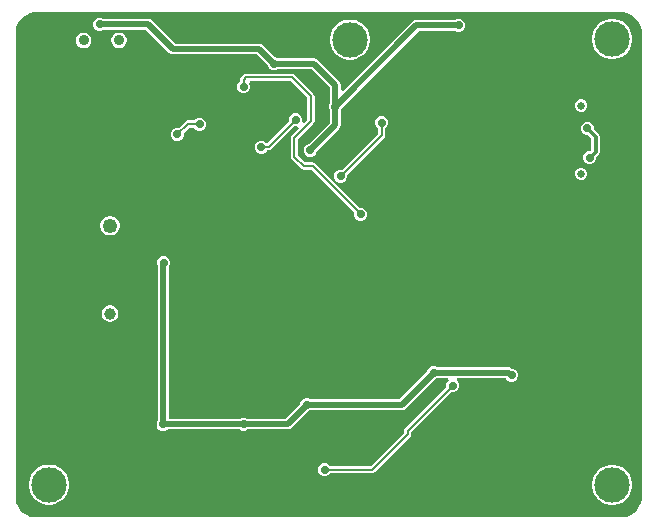
<source format=gbr>
%TF.GenerationSoftware,Altium Limited,Altium Designer,24.5.2 (23)*%
G04 Layer_Physical_Order=2*
G04 Layer_Color=16711680*
%FSLAX45Y45*%
%MOMM*%
%TF.SameCoordinates,2BA89E6E-902A-415B-B0B5-23ADD7A02043*%
%TF.FilePolarity,Positive*%
%TF.FileFunction,Copper,L2,Bot,Signal*%
%TF.Part,Single*%
G01*
G75*
%TA.AperFunction,Conductor*%
%ADD10C,0.50000*%
%ADD41C,0.20000*%
%ADD42C,0.30000*%
%TA.AperFunction,ComponentPad*%
%ADD44C,0.90000*%
%ADD45C,1.00000*%
%ADD46C,1.25000*%
%ADD47C,0.65000*%
%TA.AperFunction,ViaPad*%
%ADD48C,3.00000*%
%ADD49C,0.70000*%
%ADD50C,0.50000*%
G36*
X12076045Y11143275D02*
X12107893Y11130083D01*
X12136556Y11110931D01*
X12160931Y11086556D01*
X12180083Y11057894D01*
X12193275Y11026046D01*
X12200000Y10992236D01*
Y10975000D01*
Y7050000D01*
Y7032764D01*
X12193275Y6998954D01*
X12180083Y6967106D01*
X12160931Y6938444D01*
X12136556Y6914068D01*
X12107893Y6894917D01*
X12076045Y6881725D01*
X12042236Y6875000D01*
X7057764D01*
X7023954Y6881725D01*
X6992106Y6894917D01*
X6963444Y6914068D01*
X6939068Y6938444D01*
X6919917Y6967106D01*
X6906725Y6998954D01*
X6900000Y7032764D01*
Y7050000D01*
Y10975000D01*
Y10992236D01*
X6906725Y11026046D01*
X6919917Y11057893D01*
X6939068Y11086556D01*
X6963444Y11110931D01*
X6992106Y11130083D01*
X7023954Y11143275D01*
X7057764Y11150000D01*
X12042236D01*
X12076045Y11143275D01*
D02*
G37*
%LPC*%
G36*
X7620940Y11105000D02*
X7599060D01*
X7578845Y11096627D01*
X7563373Y11081155D01*
X7555000Y11060940D01*
Y11039060D01*
X7563373Y11018845D01*
X7578845Y11003373D01*
X7599060Y10995000D01*
X7620940D01*
X7641155Y11003373D01*
X7641900Y11004118D01*
X8000995D01*
X8197557Y10807557D01*
X8212442Y10797611D01*
X8230000Y10794118D01*
X8943495D01*
X9032500Y10705113D01*
Y10704060D01*
X9040873Y10683845D01*
X9056345Y10668373D01*
X9076560Y10660000D01*
X9098440D01*
X9118655Y10668373D01*
X9119400Y10669118D01*
X9405995D01*
X9559119Y10515995D01*
Y10384400D01*
X9558374Y10383655D01*
X9550000Y10363440D01*
Y10341560D01*
X9558374Y10321345D01*
X9559119Y10320600D01*
Y10216505D01*
X9382613Y10040000D01*
X9381560D01*
X9361345Y10031627D01*
X9345873Y10016155D01*
X9337500Y9995940D01*
Y9974060D01*
X9345873Y9953845D01*
X9361345Y9938374D01*
X9381560Y9930000D01*
X9403440D01*
X9423655Y9938374D01*
X9439126Y9953845D01*
X9447500Y9974060D01*
Y9975114D01*
X9637443Y10165057D01*
X9647389Y10179942D01*
X9650882Y10197500D01*
Y10320600D01*
X9651627Y10321345D01*
X9660000Y10341560D01*
Y10342614D01*
X10311505Y10994118D01*
X10618100D01*
X10618845Y10993373D01*
X10639060Y10985000D01*
X10660940D01*
X10681155Y10993373D01*
X10696627Y11008845D01*
X10705000Y11029060D01*
Y11050940D01*
X10696627Y11071155D01*
X10681155Y11086627D01*
X10660940Y11095000D01*
X10639060D01*
X10618845Y11086627D01*
X10618100Y11085882D01*
X10292500D01*
X10274942Y11082389D01*
X10260057Y11072443D01*
X9669359Y10481746D01*
X9650882Y10489399D01*
Y10535000D01*
X9647389Y10552558D01*
X9637443Y10567443D01*
X9457443Y10747443D01*
X9442558Y10757389D01*
X9425000Y10760881D01*
X9119400D01*
X9118655Y10761626D01*
X9098440Y10770000D01*
X9097386D01*
X8994943Y10872443D01*
X8980058Y10882389D01*
X8962500Y10885881D01*
X8249005D01*
X8052443Y11082443D01*
X8037558Y11092389D01*
X8020000Y11095882D01*
X7641900D01*
X7641155Y11096627D01*
X7620940Y11105000D01*
D02*
G37*
G36*
X7783557Y10978500D02*
X7766442D01*
X7749911Y10974070D01*
X7735089Y10965513D01*
X7722987Y10953411D01*
X7714430Y10938589D01*
X7710000Y10922057D01*
Y10904942D01*
X7714430Y10888411D01*
X7722987Y10873589D01*
X7735089Y10861487D01*
X7749911Y10852930D01*
X7766442Y10848500D01*
X7783557D01*
X7800089Y10852930D01*
X7814911Y10861487D01*
X7827013Y10873589D01*
X7835570Y10888411D01*
X7840000Y10904942D01*
Y10922057D01*
X7835570Y10938589D01*
X7827013Y10953411D01*
X7814911Y10965513D01*
X7800089Y10974070D01*
X7783557Y10978500D01*
D02*
G37*
G36*
X7483558D02*
X7466443D01*
X7449911Y10974070D01*
X7435089Y10965513D01*
X7422987Y10953411D01*
X7414430Y10938589D01*
X7410000Y10922057D01*
Y10904942D01*
X7414430Y10888411D01*
X7422987Y10873589D01*
X7435089Y10861487D01*
X7449911Y10852930D01*
X7466443Y10848500D01*
X7483558D01*
X7500089Y10852930D01*
X7514911Y10861487D01*
X7527013Y10873589D01*
X7535570Y10888411D01*
X7540000Y10904942D01*
Y10922057D01*
X7535570Y10938589D01*
X7527013Y10953411D01*
X7514911Y10965513D01*
X7500089Y10974070D01*
X7483558Y10978500D01*
D02*
G37*
G36*
X11966743Y11095000D02*
X11933257D01*
X11900413Y11088467D01*
X11869475Y11075652D01*
X11841631Y11057047D01*
X11817952Y11033369D01*
X11799348Y11005525D01*
X11786533Y10974587D01*
X11780000Y10941743D01*
Y10908257D01*
X11786533Y10875413D01*
X11799348Y10844475D01*
X11817952Y10816631D01*
X11841631Y10792953D01*
X11869475Y10774348D01*
X11900413Y10761533D01*
X11933257Y10755000D01*
X11966743D01*
X11999587Y10761533D01*
X12030525Y10774348D01*
X12058369Y10792953D01*
X12082047Y10816631D01*
X12100652Y10844475D01*
X12113467Y10875413D01*
X12120000Y10908257D01*
Y10941743D01*
X12113467Y10974587D01*
X12100652Y11005525D01*
X12082047Y11033369D01*
X12058369Y11057047D01*
X12030525Y11075652D01*
X11999587Y11088467D01*
X11966743Y11095000D01*
D02*
G37*
G36*
X9746744Y11090000D02*
X9713257D01*
X9680413Y11083467D01*
X9649475Y11070652D01*
X9621632Y11052047D01*
X9597953Y11028369D01*
X9579348Y11000525D01*
X9566533Y10969587D01*
X9560000Y10936743D01*
Y10903257D01*
X9566533Y10870413D01*
X9579348Y10839475D01*
X9597953Y10811631D01*
X9621632Y10787953D01*
X9649475Y10769348D01*
X9680413Y10756533D01*
X9713257Y10750000D01*
X9746744D01*
X9779587Y10756533D01*
X9810525Y10769348D01*
X9838369Y10787953D01*
X9862048Y10811631D01*
X9880652Y10839475D01*
X9893467Y10870413D01*
X9900000Y10903257D01*
Y10936743D01*
X9893467Y10969587D01*
X9880652Y11000525D01*
X9862048Y11028369D01*
X9838369Y11052047D01*
X9810525Y11070652D01*
X9779587Y11083467D01*
X9746744Y11090000D01*
D02*
G37*
G36*
X11697943Y10414000D02*
X11677057D01*
X11657761Y10406007D01*
X11642992Y10391239D01*
X11635000Y10371943D01*
Y10351057D01*
X11642992Y10331761D01*
X11657761Y10316992D01*
X11677057Y10309000D01*
X11697943D01*
X11717239Y10316992D01*
X11732007Y10331761D01*
X11740000Y10351057D01*
Y10371943D01*
X11732007Y10391239D01*
X11717239Y10406007D01*
X11697943Y10414000D01*
D02*
G37*
G36*
X8468440Y10257500D02*
X8446560D01*
X8426345Y10249127D01*
X8412806Y10235588D01*
X8355001D01*
X8355000Y10235588D01*
X8343295Y10233259D01*
X8333371Y10226629D01*
X8333371Y10226628D01*
X8279007Y10172265D01*
X8278440Y10172500D01*
X8256560D01*
X8236345Y10164126D01*
X8220874Y10148655D01*
X8212500Y10128440D01*
Y10106560D01*
X8220874Y10086345D01*
X8236345Y10070873D01*
X8256560Y10062500D01*
X8278440D01*
X8298655Y10070873D01*
X8314127Y10086345D01*
X8322500Y10106560D01*
Y10128440D01*
X8322265Y10129007D01*
X8367670Y10174412D01*
X8409603D01*
X8410873Y10171345D01*
X8426345Y10155874D01*
X8446560Y10147500D01*
X8468440D01*
X8488655Y10155874D01*
X8504127Y10171345D01*
X8512500Y10191560D01*
Y10213440D01*
X8504127Y10233655D01*
X8488655Y10249127D01*
X8468440Y10257500D01*
D02*
G37*
G36*
X9240000Y10630588D02*
X9239999Y10630588D01*
X8850000D01*
X8838295Y10628259D01*
X8828371Y10621629D01*
X8808371Y10601629D01*
X8801741Y10591705D01*
X8799412Y10580000D01*
X8799412Y10579999D01*
Y10566862D01*
X8798845Y10566627D01*
X8783374Y10551155D01*
X8775000Y10530940D01*
Y10509060D01*
X8783374Y10488845D01*
X8798845Y10473374D01*
X8819060Y10465000D01*
X8840940D01*
X8861155Y10473374D01*
X8876627Y10488845D01*
X8885000Y10509060D01*
Y10530940D01*
X8877349Y10549412D01*
X8880482Y10558175D01*
X8886654Y10569412D01*
X9227330D01*
X9369412Y10427330D01*
Y10242670D01*
X9340174Y10213432D01*
X9323219Y10224761D01*
X9325000Y10229060D01*
Y10250940D01*
X9316627Y10271155D01*
X9301155Y10286627D01*
X9280940Y10295000D01*
X9259060D01*
X9238845Y10286627D01*
X9223373Y10271155D01*
X9215000Y10250940D01*
Y10229060D01*
X9215235Y10228493D01*
X9032330Y10045588D01*
X9022194D01*
X9011155Y10056627D01*
X8990940Y10065000D01*
X8969060D01*
X8948845Y10056627D01*
X8933374Y10041155D01*
X8925000Y10020940D01*
Y9999060D01*
X8933374Y9978845D01*
X8948845Y9963374D01*
X8969060Y9955000D01*
X8990940D01*
X9011155Y9963374D01*
X9026627Y9978845D01*
X9028933Y9984413D01*
X9044999D01*
X9045000Y9984412D01*
X9056706Y9986741D01*
X9066629Y9993371D01*
X9258493Y10185235D01*
X9259060Y10185000D01*
X9280940D01*
X9285239Y10186781D01*
X9296568Y10169826D01*
X9238371Y10111629D01*
X9231741Y10101705D01*
X9229412Y10090000D01*
X9229412Y10089999D01*
Y9930001D01*
X9229412Y9930000D01*
X9231741Y9918295D01*
X9238371Y9908371D01*
X9318370Y9828372D01*
X9318371Y9828371D01*
X9328295Y9821741D01*
X9340000Y9819412D01*
X9340001Y9819412D01*
X9404254D01*
X9767263Y9456403D01*
X9765000Y9450940D01*
Y9429060D01*
X9773373Y9408845D01*
X9788845Y9393373D01*
X9809060Y9385000D01*
X9830940D01*
X9851155Y9393373D01*
X9866626Y9408845D01*
X9875000Y9429060D01*
Y9450940D01*
X9866626Y9471155D01*
X9851155Y9486626D01*
X9830940Y9495000D01*
X9815182D01*
X9438553Y9871629D01*
X9428629Y9878259D01*
X9416924Y9880588D01*
X9416922Y9880588D01*
X9352670D01*
X9290588Y9942670D01*
Y10077330D01*
X9421628Y10208371D01*
X9421629Y10208371D01*
X9428259Y10218295D01*
X9430588Y10230000D01*
X9430588Y10230001D01*
Y10439999D01*
X9430588Y10440000D01*
X9428259Y10451705D01*
X9421629Y10461629D01*
X9261629Y10621629D01*
X9251705Y10628259D01*
X9240000Y10630588D01*
D02*
G37*
G36*
X11750940Y10222500D02*
X11729060D01*
X11708845Y10214127D01*
X11693373Y10198655D01*
X11685000Y10178440D01*
Y10156560D01*
X11693373Y10136345D01*
X11708845Y10120874D01*
X11729060Y10112500D01*
X11744533D01*
X11774314Y10082718D01*
Y9984782D01*
X11764532Y9975000D01*
X11749060D01*
X11728845Y9966626D01*
X11713374Y9951155D01*
X11705000Y9930940D01*
Y9909060D01*
X11713374Y9888845D01*
X11728845Y9873373D01*
X11749060Y9865000D01*
X11770940D01*
X11791155Y9873373D01*
X11806627Y9888845D01*
X11815000Y9909060D01*
Y9924533D01*
X11835234Y9944766D01*
X11842969Y9956344D01*
X11845686Y9970000D01*
Y10097500D01*
X11842969Y10111156D01*
X11835234Y10122734D01*
X11795000Y10162967D01*
Y10178440D01*
X11786626Y10198655D01*
X11771155Y10214127D01*
X11750940Y10222500D01*
D02*
G37*
G36*
X10008440Y10272500D02*
X9986560D01*
X9966345Y10264127D01*
X9950873Y10248655D01*
X9942500Y10228440D01*
Y10206560D01*
X9950873Y10186345D01*
X9966345Y10170873D01*
X9966912Y10170639D01*
Y10122670D01*
X9664007Y9819765D01*
X9663440Y9820000D01*
X9641560D01*
X9621345Y9811627D01*
X9605874Y9796155D01*
X9597500Y9775940D01*
Y9754060D01*
X9605874Y9733845D01*
X9621345Y9718374D01*
X9641560Y9710000D01*
X9663440D01*
X9683655Y9718374D01*
X9699127Y9733845D01*
X9707500Y9754060D01*
Y9775940D01*
X9707265Y9776507D01*
X10019128Y10088370D01*
X10019129Y10088371D01*
X10025759Y10098295D01*
X10028088Y10110000D01*
X10028088Y10110001D01*
Y10170639D01*
X10028655Y10170873D01*
X10044126Y10186345D01*
X10052500Y10206560D01*
Y10228440D01*
X10044126Y10248655D01*
X10028655Y10264127D01*
X10008440Y10272500D01*
D02*
G37*
G36*
X11697943Y9836000D02*
X11677057D01*
X11657761Y9828007D01*
X11642992Y9813239D01*
X11635000Y9793943D01*
Y9773057D01*
X11642992Y9753761D01*
X11657761Y9738992D01*
X11677057Y9731000D01*
X11697943D01*
X11717239Y9738992D01*
X11732007Y9753761D01*
X11740000Y9773057D01*
Y9793943D01*
X11732007Y9813239D01*
X11717239Y9828007D01*
X11697943Y9836000D01*
D02*
G37*
G36*
X7710861Y9427500D02*
X7689139D01*
X7668156Y9421878D01*
X7649344Y9411016D01*
X7633984Y9395656D01*
X7623122Y9376844D01*
X7617500Y9355861D01*
Y9334139D01*
X7623122Y9313156D01*
X7633984Y9294344D01*
X7649344Y9278983D01*
X7668156Y9268122D01*
X7689139Y9262500D01*
X7710861D01*
X7731844Y9268122D01*
X7750656Y9278983D01*
X7766016Y9294344D01*
X7776878Y9313156D01*
X7782500Y9334139D01*
Y9355861D01*
X7776878Y9376844D01*
X7766016Y9395656D01*
X7750656Y9411016D01*
X7731844Y9421878D01*
X7710861Y9427500D01*
D02*
G37*
G36*
X7709216Y8670000D02*
X7690784D01*
X7672981Y8665229D01*
X7657019Y8656014D01*
X7643986Y8642981D01*
X7634771Y8627019D01*
X7630000Y8609215D01*
Y8590784D01*
X7634771Y8572981D01*
X7643986Y8557019D01*
X7657019Y8543986D01*
X7672981Y8534770D01*
X7690784Y8530000D01*
X7709216D01*
X7727019Y8534770D01*
X7742981Y8543986D01*
X7756014Y8557019D01*
X7765230Y8572981D01*
X7770000Y8590784D01*
Y8609215D01*
X7765230Y8627019D01*
X7756014Y8642981D01*
X7742981Y8656014D01*
X7727019Y8665229D01*
X7709216Y8670000D01*
D02*
G37*
G36*
X8163440Y9085000D02*
X8141560D01*
X8121345Y9076626D01*
X8105874Y9061155D01*
X8097500Y9040940D01*
Y9019060D01*
X8104119Y9003082D01*
Y7696900D01*
X8100874Y7693655D01*
X8092500Y7673440D01*
Y7651560D01*
X8100874Y7631345D01*
X8116345Y7615874D01*
X8136560Y7607500D01*
X8158440D01*
X8178655Y7615874D01*
X8180492Y7617711D01*
X8187568Y7619118D01*
X8798100D01*
X8798845Y7618373D01*
X8819060Y7610000D01*
X8840940D01*
X8861155Y7618373D01*
X8861900Y7619118D01*
X9202500D01*
X9220058Y7622611D01*
X9234943Y7632557D01*
X9374887Y7772500D01*
X9375940D01*
X9396155Y7780873D01*
X9396900Y7781618D01*
X10167500D01*
X10185058Y7785111D01*
X10199943Y7795057D01*
X10449886Y8045000D01*
X10450940D01*
X10471155Y8053374D01*
X10471900Y8054119D01*
X10560205D01*
X10564238Y8045954D01*
X10566337Y8034119D01*
X10553373Y8021155D01*
X10545000Y8000940D01*
Y7979060D01*
X10545235Y7978493D01*
X10197337Y7630595D01*
X10190707Y7620672D01*
X10188378Y7608966D01*
X10188379Y7608965D01*
Y7591636D01*
X9904830Y7308088D01*
X9561861D01*
X9561627Y7308655D01*
X9546155Y7324127D01*
X9525940Y7332500D01*
X9504060D01*
X9483845Y7324127D01*
X9468373Y7308655D01*
X9460000Y7288440D01*
Y7266560D01*
X9468373Y7246345D01*
X9483845Y7230874D01*
X9504060Y7222500D01*
X9525940D01*
X9546155Y7230874D01*
X9561627Y7246345D01*
X9561861Y7246912D01*
X9917499D01*
X9917500Y7246912D01*
X9929205Y7249241D01*
X9939129Y7255871D01*
X10240594Y7557337D01*
X10240595Y7557337D01*
X10247226Y7567261D01*
X10249554Y7578966D01*
X10249554Y7578968D01*
Y7596296D01*
X10588493Y7935235D01*
X10589060Y7935000D01*
X10610940D01*
X10631155Y7943373D01*
X10646626Y7958845D01*
X10655000Y7979060D01*
Y8000940D01*
X10646626Y8021155D01*
X10633663Y8034119D01*
X10635762Y8045954D01*
X10639794Y8054119D01*
X11051189D01*
X11053373Y8048845D01*
X11068845Y8033374D01*
X11089060Y8025000D01*
X11110940D01*
X11131155Y8033374D01*
X11146626Y8048845D01*
X11155000Y8069060D01*
Y8090940D01*
X11146626Y8111155D01*
X11131155Y8126627D01*
X11110940Y8135000D01*
X11103204D01*
X11092146Y8142389D01*
X11074588Y8145882D01*
X10471900D01*
X10471155Y8146627D01*
X10450940Y8155000D01*
X10429060D01*
X10408845Y8146627D01*
X10393373Y8131155D01*
X10385000Y8110940D01*
Y8109886D01*
X10148495Y7873382D01*
X9396900D01*
X9396155Y7874126D01*
X9375940Y7882500D01*
X9354060D01*
X9333845Y7874126D01*
X9318374Y7858655D01*
X9310000Y7838440D01*
Y7837386D01*
X9183495Y7710881D01*
X8861900D01*
X8861155Y7711626D01*
X8840940Y7720000D01*
X8819060D01*
X8798845Y7711626D01*
X8798100Y7710881D01*
X8195882D01*
Y8995600D01*
X8199127Y8998845D01*
X8207500Y9019060D01*
Y9040940D01*
X8199127Y9061155D01*
X8183655Y9076626D01*
X8163440Y9085000D01*
D02*
G37*
G36*
X7198348Y7322000D02*
X7164861D01*
X7132018Y7315467D01*
X7101080Y7302652D01*
X7073236Y7284048D01*
X7049557Y7260369D01*
X7030953Y7232525D01*
X7018138Y7201587D01*
X7011605Y7168744D01*
Y7135257D01*
X7018138Y7102413D01*
X7030953Y7071475D01*
X7049557Y7043632D01*
X7073236Y7019953D01*
X7101080Y7001348D01*
X7132018Y6988533D01*
X7164861Y6982000D01*
X7198348D01*
X7231192Y6988533D01*
X7262130Y7001348D01*
X7289973Y7019953D01*
X7313652Y7043632D01*
X7332257Y7071475D01*
X7345072Y7102413D01*
X7351605Y7135257D01*
Y7168744D01*
X7345072Y7201587D01*
X7332257Y7232525D01*
X7313652Y7260369D01*
X7289973Y7284048D01*
X7262130Y7302652D01*
X7231192Y7315467D01*
X7198348Y7322000D01*
D02*
G37*
G36*
X11966743Y7320000D02*
X11933257D01*
X11900413Y7313467D01*
X11869475Y7300652D01*
X11841631Y7282047D01*
X11817952Y7258369D01*
X11799348Y7230525D01*
X11786533Y7199587D01*
X11780000Y7166743D01*
Y7133256D01*
X11786533Y7100413D01*
X11799348Y7069475D01*
X11817952Y7041631D01*
X11841631Y7017952D01*
X11869475Y6999348D01*
X11900413Y6986533D01*
X11933257Y6980000D01*
X11966743D01*
X11999587Y6986533D01*
X12030525Y6999348D01*
X12058369Y7017952D01*
X12082047Y7041631D01*
X12100652Y7069475D01*
X12113467Y7100413D01*
X12120000Y7133256D01*
Y7166743D01*
X12113467Y7199587D01*
X12100652Y7230525D01*
X12082047Y7258369D01*
X12058369Y7282047D01*
X12030525Y7300652D01*
X11999587Y7313467D01*
X11966743Y7320000D01*
D02*
G37*
%LPD*%
D10*
X9605000Y10197500D02*
Y10352500D01*
X9392500Y9985000D02*
X9605000Y10197500D01*
X7610000Y11050000D02*
X8020000D01*
X8230000Y10840000D01*
X8962500D01*
X9087500Y10715000D01*
X11074588Y8100000D02*
X11094588Y8080000D01*
X10440000Y8100000D02*
X11074588D01*
X11094588Y8080000D02*
X11100000D01*
X10167500Y7827500D02*
X10440000Y8100000D01*
X9365000Y7827500D02*
X10167500D01*
X9605000Y10352500D02*
X10292500Y11040000D01*
X10650000D01*
X9087500Y10715000D02*
X9425000D01*
X9605000Y10352500D02*
Y10535000D01*
X9425000Y10715000D02*
X9605000Y10535000D01*
X8150000Y7665000D02*
Y9027500D01*
X8152500Y9030000D01*
X8147500Y7662500D02*
X8150000Y7665000D01*
X8147500Y7662500D02*
X8175000D01*
X8177500Y7665000D01*
X8830000D01*
X9202500D01*
X9365000Y7827500D01*
D41*
X9045000Y10015000D02*
X9270000Y10240000D01*
X8985000Y10015000D02*
X9045000D01*
X8980000Y10010000D02*
X8985000Y10015000D01*
X8830000Y10520000D02*
Y10580000D01*
X8850000Y10600000D02*
X9240000D01*
X8830000Y10580000D02*
X8850000Y10600000D01*
X9400000Y10230000D02*
Y10440000D01*
X9240000Y10600000D02*
X9400000Y10440000D01*
X9260000Y10090000D02*
X9400000Y10230000D01*
X9260000Y9930000D02*
Y10090000D01*
Y9930000D02*
X9340000Y9850000D01*
X9416924D01*
X9820000Y9446924D01*
Y9440000D02*
Y9446924D01*
X8455000Y10205000D02*
X8457500Y10202500D01*
X8355000Y10205000D02*
X8455000D01*
X10218966Y7608966D02*
X10600000Y7990000D01*
X10218966Y7578966D02*
Y7608966D01*
X9917500Y7277500D02*
X10218966Y7578966D01*
X9515000Y7277500D02*
X9917500D01*
X9652500Y9765000D02*
X9997500Y10110000D01*
Y10217500D01*
X8267500Y10117500D02*
X8355000Y10205000D01*
D42*
X11760000Y9920000D02*
Y9920000D01*
X11810000Y9970000D01*
X11740000Y10167500D02*
X11810000Y10097500D01*
Y9970000D02*
Y10097500D01*
D44*
X7475000Y10913500D02*
D03*
X7775000D02*
D03*
D45*
X7700000Y8600000D02*
D03*
D46*
Y9345000D02*
D03*
D47*
X11687500Y10361500D02*
D03*
Y9783500D02*
D03*
D48*
X9730000Y10920000D02*
D03*
X11950000Y10925000D02*
D03*
Y7150000D02*
D03*
X7181605Y7152000D02*
D03*
D49*
X8980000Y10010000D02*
D03*
X9270000Y10240000D02*
D03*
X8830000Y10520000D02*
D03*
X10205000Y9970000D02*
D03*
X8600000Y10610000D02*
D03*
X8457500Y10202500D02*
D03*
X9820000Y9440000D02*
D03*
X7610000Y11050000D02*
D03*
X7400000Y10580000D02*
D03*
X10600000Y7990000D02*
D03*
X10500000Y8200000D02*
D03*
X11100000Y8080000D02*
D03*
X10440000Y8100000D02*
D03*
X11830000Y9180000D02*
D03*
X10650000Y11040000D02*
D03*
X8670000Y9117500D02*
D03*
X11550000Y9370000D02*
D03*
X11457500Y10427500D02*
D03*
X9087500Y10715000D02*
D03*
X9605000Y10352500D02*
D03*
X9100000Y10430000D02*
D03*
X9392500Y9985000D02*
D03*
X8152500Y9030000D02*
D03*
X8147500Y7662500D02*
D03*
X8830000Y7665000D02*
D03*
X9365000Y7827500D02*
D03*
X7697500Y7807500D02*
D03*
X8697500Y7800000D02*
D03*
X11060000Y10720000D02*
D03*
Y10080000D02*
D03*
X10910000Y9210000D02*
D03*
X11360000Y9120000D02*
D03*
X11660000Y8870000D02*
D03*
Y8980000D02*
D03*
X11930000Y8720000D02*
D03*
X11940000Y8300000D02*
D03*
X10200000Y8125000D02*
D03*
X9475000Y9700000D02*
D03*
X9652500Y9765000D02*
D03*
X8375000Y7175000D02*
D03*
X7700000Y7200000D02*
D03*
X9050000D02*
D03*
X8725000Y8325000D02*
D03*
X8575000Y8450000D02*
D03*
X10547500Y9150000D02*
D03*
X9325000Y9425000D02*
D03*
X10100000Y8075000D02*
D03*
X9325000Y8825000D02*
D03*
X9997500Y10217500D02*
D03*
X9515000Y7277500D02*
D03*
X11760000Y9920000D02*
D03*
X11740000Y10167500D02*
D03*
X8267500Y10117500D02*
D03*
D50*
X9680000Y9020000D02*
D03*
X9790000D02*
D03*
X9900000D02*
D03*
X10010000D02*
D03*
X10120000D02*
D03*
X9680000Y8910000D02*
D03*
X9790000D02*
D03*
X9900000D02*
D03*
X10010000D02*
D03*
X10120000D02*
D03*
X9680000Y8800000D02*
D03*
X9790000D02*
D03*
X9900000D02*
D03*
X10010000D02*
D03*
X10120000D02*
D03*
X9680000Y8690000D02*
D03*
X9790000D02*
D03*
X9900000D02*
D03*
X10010000D02*
D03*
X10120000D02*
D03*
X9680000Y8580000D02*
D03*
X9790000D02*
D03*
X9900000D02*
D03*
X10010000D02*
D03*
X10120000D02*
D03*
%TF.MD5,c0c3730c0d82a452b1ede2ca90801ee6*%
M02*

</source>
